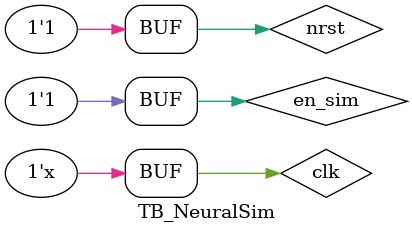
<source format=v>
`timescale 1ns / 1ps

module TB_NeuralSim();
	localparam CLK_CYC = 15'd25000;

	reg clk, nrst, en_sim;
	wire signed[11:0] data_out0;
	wire sim_done0;

	// Choice if files with loading from memory (*_Mem) or from module (*_Mod)
	NeuralSim_Mem DUT0(
		.CLK_ADC(clk),
		.nRST(nrst),
		.EN(en_sim),
		.DATA_OUT(data_out0),
		.DATA_END(sim_done0)
	);

	// Control scheme for getting the data dependent on the sampling clock
	always begin
		#(CLK_CYC) clk = ~clk;
	end

	initial begin
		nrst = 1'd0;
		clk = 1'd0;
		en_sim = 1'd0;

		# (6* CLK_CYC);   nrst <= 1'b1;
		# (6* CLK_CYC);   nrst <= 1'b0;
		# (6* CLK_CYC);   nrst <= 1'b1;
		en_sim = 1'b1;
	end

endmodule
</source>
